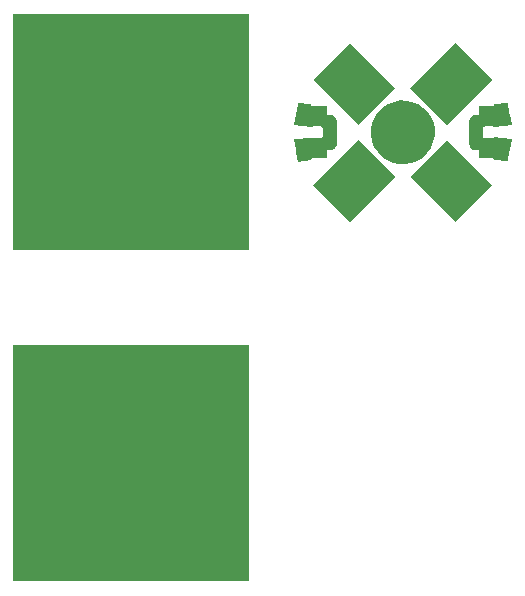
<source format=gbr>
G04 #@! TF.FileFunction,Soldermask,Bot*
%FSLAX46Y46*%
G04 Gerber Fmt 4.6, Leading zero omitted, Abs format (unit mm)*
G04 Created by KiCad (PCBNEW 4.0.5+dfsg1-4) date Tue Mar 12 13:04:03 2019*
%MOMM*%
%LPD*%
G01*
G04 APERTURE LIST*
%ADD10C,0.100000*%
%ADD11C,0.050000*%
G04 APERTURE END LIST*
D10*
D11*
X36000000Y-56000000D02*
G75*
G03X36000000Y-56000000I-8000000J0D01*
G01*
X36000000Y-28000000D02*
G75*
G03X36000000Y-28000000I-8000000J0D01*
G01*
D10*
G36*
X38000000Y-66000000D02*
X18000000Y-66000000D01*
X18000000Y-46000000D01*
X38000000Y-46000000D01*
X38000000Y-66000000D01*
X38000000Y-66000000D01*
G37*
G36*
X38000000Y-38000000D02*
X18000000Y-38000000D01*
X18000000Y-18000000D01*
X38000000Y-18000000D01*
X38000000Y-38000000D01*
X38000000Y-38000000D01*
G37*
G36*
X50359278Y-31751993D02*
X46540901Y-35570370D01*
X43429630Y-32459099D01*
X47248007Y-28640722D01*
X50359278Y-31751993D01*
X50359278Y-31751993D01*
G37*
G36*
X58570370Y-32459099D02*
X55459099Y-35570370D01*
X51640722Y-31751993D01*
X54751993Y-28640722D01*
X58570370Y-32459099D01*
X58570370Y-32459099D01*
G37*
G36*
X51283593Y-25301793D02*
X51802277Y-25408264D01*
X52290401Y-25613452D01*
X52729378Y-25909546D01*
X53102477Y-26285259D01*
X53395499Y-26726292D01*
X53597275Y-27215838D01*
X53699950Y-27734382D01*
X53699950Y-27734411D01*
X53700116Y-27735251D01*
X53691671Y-28340037D01*
X53691480Y-28340876D01*
X53691480Y-28340897D01*
X53574366Y-28856381D01*
X53359000Y-29340098D01*
X53053778Y-29772778D01*
X52670334Y-30137927D01*
X52223261Y-30421649D01*
X51729600Y-30613127D01*
X51208146Y-30705073D01*
X50678759Y-30693984D01*
X50161615Y-30580283D01*
X49676404Y-30368299D01*
X49241606Y-30066106D01*
X48873786Y-29685218D01*
X48586951Y-29240137D01*
X48392029Y-28747821D01*
X48296446Y-28227027D01*
X48303839Y-27697574D01*
X48413926Y-27179652D01*
X48622519Y-26692968D01*
X48921667Y-26256073D01*
X49299979Y-25885602D01*
X49743046Y-25595668D01*
X50233988Y-25397315D01*
X50754108Y-25298097D01*
X51283593Y-25301793D01*
X51283593Y-25301793D01*
G37*
G36*
X43244492Y-25632664D02*
X43244649Y-25675459D01*
X43249726Y-25710265D01*
X43264298Y-25742279D01*
X43287212Y-25768965D01*
X43316654Y-25788211D01*
X43350292Y-25798492D01*
X43369648Y-25800000D01*
X44550000Y-25800000D01*
X44550000Y-26378991D01*
X44554949Y-26413815D01*
X44569404Y-26445882D01*
X44592220Y-26472652D01*
X44621590Y-26492006D01*
X44655190Y-26502411D01*
X44686329Y-26503477D01*
X44804188Y-26492751D01*
X44920525Y-26504979D01*
X44920550Y-26504987D01*
X44920647Y-26504997D01*
X45032509Y-26539624D01*
X45135516Y-26595319D01*
X45225742Y-26669961D01*
X45299753Y-26760707D01*
X45354728Y-26864100D01*
X45388573Y-26976201D01*
X45400000Y-27092742D01*
X45400000Y-28907414D01*
X45399978Y-28910562D01*
X45399977Y-28910570D01*
X45399942Y-28915635D01*
X45386889Y-29032005D01*
X45351481Y-29143623D01*
X45295068Y-29246238D01*
X45219798Y-29335942D01*
X45128538Y-29409317D01*
X45024764Y-29463568D01*
X44912429Y-29496630D01*
X44912348Y-29496637D01*
X44912319Y-29496646D01*
X44795812Y-29507249D01*
X44688066Y-29495924D01*
X44652915Y-29497205D01*
X44619513Y-29508229D01*
X44590505Y-29528122D01*
X44568187Y-29555309D01*
X44554327Y-29587637D01*
X44550000Y-29620239D01*
X44550000Y-30200000D01*
X43369648Y-30200000D01*
X43334824Y-30204949D01*
X43302757Y-30219404D01*
X43275987Y-30242220D01*
X43256633Y-30271590D01*
X43246228Y-30305190D01*
X43244649Y-30324541D01*
X43244492Y-30367336D01*
X42137616Y-30473916D01*
X42137615Y-30473916D01*
X41980695Y-29682179D01*
X41974304Y-29660471D01*
X41972150Y-29655031D01*
X41947701Y-29521816D01*
X41946672Y-29510517D01*
X41766383Y-28600874D01*
X43251510Y-28457873D01*
X43282314Y-28454907D01*
X43293692Y-28468357D01*
X43322991Y-28487818D01*
X43356552Y-28498347D01*
X43376815Y-28500000D01*
X44075000Y-28500000D01*
X44109824Y-28495051D01*
X44141891Y-28480596D01*
X44168661Y-28457780D01*
X44188015Y-28428410D01*
X44198420Y-28394810D01*
X44200000Y-28375000D01*
X44200000Y-27625000D01*
X44195051Y-27590176D01*
X44180596Y-27558109D01*
X44157780Y-27531339D01*
X44128410Y-27511985D01*
X44094810Y-27501580D01*
X44075000Y-27500000D01*
X43376815Y-27500000D01*
X43341991Y-27504949D01*
X43309924Y-27519404D01*
X43283154Y-27542220D01*
X43281324Y-27544997D01*
X43251510Y-27542126D01*
X43251510Y-27542127D01*
X41766383Y-27399126D01*
X41948469Y-26480414D01*
X41950841Y-26457867D01*
X41950920Y-26452190D01*
X41979035Y-26319921D01*
X41982491Y-26308760D01*
X41998068Y-26230166D01*
X42137616Y-25526084D01*
X43244492Y-25632664D01*
X43244492Y-25632664D01*
G37*
G36*
X60018420Y-26313357D02*
X60025176Y-26335725D01*
X60050312Y-26462676D01*
X60052266Y-26484126D01*
X60233617Y-27399126D01*
X58748490Y-27542127D01*
X58717686Y-27545093D01*
X58706308Y-27531643D01*
X58677009Y-27512182D01*
X58643448Y-27501653D01*
X58623185Y-27500000D01*
X57925000Y-27500000D01*
X57890176Y-27504949D01*
X57858109Y-27519404D01*
X57831339Y-27542220D01*
X57811985Y-27571590D01*
X57801580Y-27605190D01*
X57800000Y-27625000D01*
X57800000Y-28375000D01*
X57804949Y-28409824D01*
X57819404Y-28441891D01*
X57842220Y-28468661D01*
X57871590Y-28488015D01*
X57905190Y-28498420D01*
X57925000Y-28500000D01*
X58623277Y-28500000D01*
X58658101Y-28495051D01*
X58690168Y-28480596D01*
X58716938Y-28457780D01*
X58734254Y-28431503D01*
X58748490Y-28432874D01*
X58748490Y-28432873D01*
X60233617Y-28575874D01*
X60050308Y-29500753D01*
X60048142Y-29521347D01*
X60047995Y-29531861D01*
X60047804Y-29532700D01*
X60047804Y-29532720D01*
X60018156Y-29663218D01*
X60017450Y-29666541D01*
X59862385Y-30448916D01*
X59862384Y-30448916D01*
X58755508Y-30342336D01*
X58755443Y-30324541D01*
X58750366Y-30289735D01*
X58735794Y-30257722D01*
X58712880Y-30231035D01*
X58683438Y-30211789D01*
X58649800Y-30201508D01*
X58630444Y-30200000D01*
X57450000Y-30200000D01*
X57450000Y-29621009D01*
X57445051Y-29586185D01*
X57430596Y-29554118D01*
X57407780Y-29527348D01*
X57378410Y-29507994D01*
X57344810Y-29497589D01*
X57313671Y-29496523D01*
X57195812Y-29507249D01*
X57079475Y-29495021D01*
X57079450Y-29495013D01*
X57079353Y-29495003D01*
X56967491Y-29460376D01*
X56864484Y-29404681D01*
X56774258Y-29330039D01*
X56700247Y-29239293D01*
X56645272Y-29135900D01*
X56611427Y-29023799D01*
X56600000Y-28907258D01*
X56600000Y-27092586D01*
X56600022Y-27089438D01*
X56600023Y-27089430D01*
X56600058Y-27084365D01*
X56613111Y-26967995D01*
X56648519Y-26856377D01*
X56704932Y-26753762D01*
X56780202Y-26664058D01*
X56871462Y-26590683D01*
X56975236Y-26536432D01*
X57087571Y-26503370D01*
X57087652Y-26503363D01*
X57087681Y-26503354D01*
X57204188Y-26492751D01*
X57311934Y-26504076D01*
X57347085Y-26502795D01*
X57380487Y-26491771D01*
X57409495Y-26471878D01*
X57431813Y-26444691D01*
X57445673Y-26412363D01*
X57450000Y-26379761D01*
X57450000Y-25800000D01*
X58630352Y-25800000D01*
X58665176Y-25795051D01*
X58697243Y-25780596D01*
X58724013Y-25757780D01*
X58743367Y-25728410D01*
X58753772Y-25694810D01*
X58755351Y-25675459D01*
X58755508Y-25632664D01*
X59862384Y-25526084D01*
X59862385Y-25526084D01*
X60018420Y-26313357D01*
X60018420Y-26313357D01*
G37*
G36*
X58570370Y-23540901D02*
X54751993Y-27359278D01*
X51640722Y-24248007D01*
X55459099Y-20429630D01*
X58570370Y-23540901D01*
X58570370Y-23540901D01*
G37*
G36*
X50359278Y-24248007D02*
X47248007Y-27359278D01*
X43429630Y-23540901D01*
X46540901Y-20429630D01*
X50359278Y-24248007D01*
X50359278Y-24248007D01*
G37*
M02*

</source>
